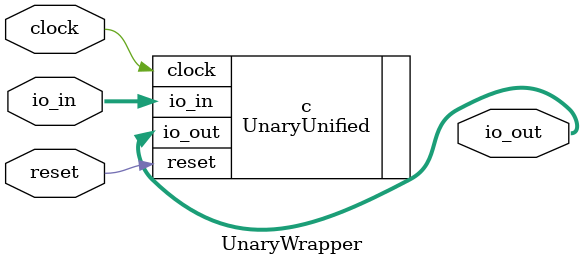
<source format=v>
module UnaryWrapper(
  input wire clock,
  input wire reset,
  input wire [255:0] io_in,
  output wire [9:0] io_out
);
  UnaryUnified c(
    .clock(clock),
    .reset(reset),
    .io_in(io_in),
    .io_out(io_out)
  );
endmodule
</source>
